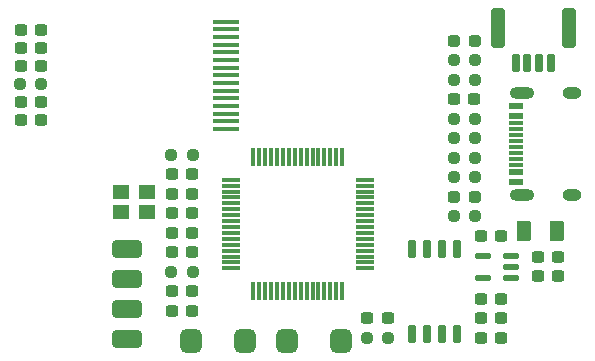
<source format=gbr>
%TF.GenerationSoftware,KiCad,Pcbnew,(7.0.0)*%
%TF.CreationDate,2023-03-01T10:12:44+08:00*%
%TF.ProjectId,DAP_Link_V0_1,4441505f-4c69-46e6-9b5f-56305f312e6b,rev?*%
%TF.SameCoordinates,Original*%
%TF.FileFunction,Soldermask,Top*%
%TF.FilePolarity,Negative*%
%FSLAX46Y46*%
G04 Gerber Fmt 4.6, Leading zero omitted, Abs format (unit mm)*
G04 Created by KiCad (PCBNEW (7.0.0)) date 2023-03-01 10:12:44*
%MOMM*%
%LPD*%
G01*
G04 APERTURE LIST*
G04 Aperture macros list*
%AMRoundRect*
0 Rectangle with rounded corners*
0 $1 Rounding radius*
0 $2 $3 $4 $5 $6 $7 $8 $9 X,Y pos of 4 corners*
0 Add a 4 corners polygon primitive as box body*
4,1,4,$2,$3,$4,$5,$6,$7,$8,$9,$2,$3,0*
0 Add four circle primitives for the rounded corners*
1,1,$1+$1,$2,$3*
1,1,$1+$1,$4,$5*
1,1,$1+$1,$6,$7*
1,1,$1+$1,$8,$9*
0 Add four rect primitives between the rounded corners*
20,1,$1+$1,$2,$3,$4,$5,0*
20,1,$1+$1,$4,$5,$6,$7,0*
20,1,$1+$1,$6,$7,$8,$9,0*
20,1,$1+$1,$8,$9,$2,$3,0*%
G04 Aperture macros list end*
%ADD10RoundRect,0.087500X-1.012500X-0.087500X1.012500X-0.087500X1.012500X0.087500X-1.012500X0.087500X0*%
%ADD11RoundRect,0.137500X0.525000X0.137500X-0.525000X0.137500X-0.525000X-0.137500X0.525000X-0.137500X0*%
%ADD12RoundRect,0.237500X-0.300000X-0.237500X0.300000X-0.237500X0.300000X0.237500X-0.300000X0.237500X0*%
%ADD13RoundRect,0.237500X0.300000X0.237500X-0.300000X0.237500X-0.300000X-0.237500X0.300000X-0.237500X0*%
%ADD14RoundRect,0.237500X0.250000X0.237500X-0.250000X0.237500X-0.250000X-0.237500X0.250000X-0.237500X0*%
%ADD15RoundRect,0.300000X-0.300000X-1.390000X0.300000X-1.390000X0.300000X1.390000X-0.300000X1.390000X0*%
%ADD16RoundRect,0.150000X-0.150000X-0.650000X0.150000X-0.650000X0.150000X0.650000X-0.150000X0.650000X0*%
%ADD17RoundRect,0.075000X-0.700000X-0.075000X0.700000X-0.075000X0.700000X0.075000X-0.700000X0.075000X0*%
%ADD18RoundRect,0.075000X-0.075000X-0.700000X0.075000X-0.700000X0.075000X0.700000X-0.075000X0.700000X0*%
%ADD19RoundRect,0.237500X-0.250000X-0.237500X0.250000X-0.237500X0.250000X0.237500X-0.250000X0.237500X0*%
%ADD20RoundRect,0.237500X-0.287500X-0.237500X0.287500X-0.237500X0.287500X0.237500X-0.287500X0.237500X0*%
%ADD21O,2.100000X1.000000*%
%ADD22O,1.600000X1.000000*%
%ADD23R,1.150000X0.600000*%
%ADD24R,1.150000X0.300000*%
%ADD25RoundRect,0.450000X-0.450000X-0.550000X0.450000X-0.550000X0.450000X0.550000X-0.450000X0.550000X0*%
%ADD26RoundRect,0.450000X0.450000X0.550000X-0.450000X0.550000X-0.450000X-0.550000X0.450000X-0.550000X0*%
%ADD27RoundRect,0.250000X-0.375000X-0.625000X0.375000X-0.625000X0.375000X0.625000X-0.375000X0.625000X0*%
%ADD28RoundRect,0.381000X0.889000X0.381000X-0.889000X0.381000X-0.889000X-0.381000X0.889000X-0.381000X0*%
%ADD29R,1.400000X1.200000*%
%ADD30RoundRect,0.150000X-0.150000X0.650000X-0.150000X-0.650000X0.150000X-0.650000X0.150000X0.650000X0*%
G04 APERTURE END LIST*
D10*
%TO.C,OLED1*%
X101600000Y-64518200D03*
X101600000Y-63868200D03*
X101600000Y-63218200D03*
X101600000Y-62568200D03*
X101600000Y-61918200D03*
X101600000Y-61268200D03*
X101600000Y-60618200D03*
X101600000Y-59968200D03*
X101600000Y-59318200D03*
X101600000Y-58668200D03*
X101600000Y-58018200D03*
X101600000Y-57368200D03*
X101600000Y-56718200D03*
X101600000Y-56068200D03*
X101600000Y-55418200D03*
%TD*%
D11*
%TO.C,U3*%
X125768500Y-77150000D03*
X125768500Y-76200000D03*
X125768500Y-75250000D03*
X123368500Y-75250000D03*
X123368500Y-77150000D03*
%TD*%
D12*
%TO.C,C5*%
X84228000Y-62195000D03*
X85953000Y-62195000D03*
%TD*%
D13*
%TO.C,C8*%
X124949500Y-82169000D03*
X123224500Y-82169000D03*
%TD*%
D14*
%TO.C,R10*%
X122713500Y-68580000D03*
X120888500Y-68580000D03*
%TD*%
D12*
%TO.C,C13*%
X113599000Y-80518000D03*
X115324000Y-80518000D03*
%TD*%
D15*
%TO.C,J1*%
X124643000Y-55979000D03*
X130643000Y-55979000D03*
D16*
X126143000Y-58939000D03*
X127143000Y-58939000D03*
X128143000Y-58939000D03*
X129143000Y-58939000D03*
%TD*%
D17*
%TO.C,U2*%
X102025000Y-68807000D03*
X102025000Y-69307000D03*
X102025000Y-69807000D03*
X102025000Y-70307000D03*
X102025000Y-70807000D03*
X102025000Y-71307000D03*
X102025000Y-71807000D03*
X102025000Y-72307000D03*
X102025000Y-72807000D03*
X102025000Y-73307000D03*
X102025000Y-73807000D03*
X102025000Y-74307000D03*
X102025000Y-74807000D03*
X102025000Y-75307000D03*
X102025000Y-75807000D03*
X102025000Y-76307000D03*
D18*
X103950000Y-78232000D03*
X104450000Y-78232000D03*
X104950000Y-78232000D03*
X105450000Y-78232000D03*
X105950000Y-78232000D03*
X106450000Y-78232000D03*
X106950000Y-78232000D03*
X107450000Y-78232000D03*
X107950000Y-78232000D03*
X108450000Y-78232000D03*
X108950000Y-78232000D03*
X109450000Y-78232000D03*
X109950000Y-78232000D03*
X110450000Y-78232000D03*
X110950000Y-78232000D03*
X111450000Y-78232000D03*
D17*
X113375000Y-76307000D03*
X113375000Y-75807000D03*
X113375000Y-75307000D03*
X113375000Y-74807000D03*
X113375000Y-74307000D03*
X113375000Y-73807000D03*
X113375000Y-73307000D03*
X113375000Y-72807000D03*
X113375000Y-72307000D03*
X113375000Y-71807000D03*
X113375000Y-71307000D03*
X113375000Y-70807000D03*
X113375000Y-70307000D03*
X113375000Y-69807000D03*
X113375000Y-69307000D03*
X113375000Y-68807000D03*
D18*
X111450000Y-66882000D03*
X110950000Y-66882000D03*
X110450000Y-66882000D03*
X109950000Y-66882000D03*
X109450000Y-66882000D03*
X108950000Y-66882000D03*
X108450000Y-66882000D03*
X107950000Y-66882000D03*
X107450000Y-66882000D03*
X106950000Y-66882000D03*
X106450000Y-66882000D03*
X105950000Y-66882000D03*
X105450000Y-66882000D03*
X104950000Y-66882000D03*
X104450000Y-66882000D03*
X103950000Y-66882000D03*
%TD*%
D19*
%TO.C,R8*%
X120888500Y-65278000D03*
X122713500Y-65278000D03*
%TD*%
D12*
%TO.C,C17*%
X128042500Y-75311000D03*
X129767500Y-75311000D03*
%TD*%
D13*
%TO.C,C4*%
X85953000Y-63719000D03*
X84228000Y-63719000D03*
%TD*%
%TO.C,C7*%
X98779500Y-73279000D03*
X97054500Y-73279000D03*
%TD*%
D20*
%TO.C,D2*%
X120926000Y-57023000D03*
X122676000Y-57023000D03*
%TD*%
D19*
%TO.C,R5*%
X97004500Y-76581000D03*
X98829500Y-76581000D03*
%TD*%
D21*
%TO.C,USB1*%
X126725999Y-70105999D03*
D22*
X130905999Y-70105999D03*
D21*
X126725999Y-61465999D03*
D22*
X130905999Y-61465999D03*
D23*
X126160999Y-68985999D03*
X126160999Y-68185999D03*
D24*
X126160999Y-67035999D03*
X126160999Y-66035999D03*
X126160999Y-65535999D03*
X126160999Y-67535999D03*
D23*
X126160999Y-62585999D03*
X126160999Y-63385999D03*
D24*
X126160999Y-64035999D03*
X126160999Y-65035999D03*
X126160999Y-66535999D03*
X126160999Y-64535999D03*
%TD*%
D13*
%TO.C,C3*%
X98779500Y-71628000D03*
X97054500Y-71628000D03*
%TD*%
D12*
%TO.C,C18*%
X123224500Y-73533000D03*
X124949500Y-73533000D03*
%TD*%
D25*
%TO.C,SW2*%
X98673000Y-82423000D03*
X103273000Y-82423000D03*
%TD*%
D19*
%TO.C,R7*%
X120888500Y-66929000D03*
X122713500Y-66929000D03*
%TD*%
%TO.C,R6*%
X113522500Y-82169000D03*
X115347500Y-82169000D03*
%TD*%
D13*
%TO.C,C10*%
X98779500Y-79883000D03*
X97054500Y-79883000D03*
%TD*%
D26*
%TO.C,SW1*%
X111401000Y-82423000D03*
X106801000Y-82423000D03*
%TD*%
D27*
%TO.C,F1*%
X126878000Y-73152000D03*
X129678000Y-73152000D03*
%TD*%
D13*
%TO.C,C14*%
X98779500Y-69977000D03*
X97054500Y-69977000D03*
%TD*%
%TO.C,C11*%
X98779500Y-78232000D03*
X97054500Y-78232000D03*
%TD*%
D19*
%TO.C,R3*%
X120888500Y-58674000D03*
X122713500Y-58674000D03*
%TD*%
D14*
%TO.C,R11*%
X122713500Y-60325000D03*
X120888500Y-60325000D03*
%TD*%
D13*
%TO.C,C12*%
X98779500Y-68326000D03*
X97054500Y-68326000D03*
%TD*%
%TO.C,C2*%
X85953000Y-57623000D03*
X84228000Y-57623000D03*
%TD*%
%TO.C,C1*%
X85953000Y-59147000D03*
X84228000Y-59147000D03*
%TD*%
D19*
%TO.C,R4*%
X97004500Y-66675000D03*
X98829500Y-66675000D03*
%TD*%
D12*
%TO.C,C9*%
X97054500Y-74930000D03*
X98779500Y-74930000D03*
%TD*%
D28*
%TO.C,J2*%
X93218000Y-82296000D03*
X93218000Y-79756000D03*
X93218000Y-77216000D03*
X93218000Y-74676000D03*
%TD*%
D19*
%TO.C,R9*%
X120888500Y-63627000D03*
X122713500Y-63627000D03*
%TD*%
%TO.C,R1*%
X84178000Y-60671000D03*
X86003000Y-60671000D03*
%TD*%
D13*
%TO.C,C6*%
X85953000Y-56099000D03*
X84228000Y-56099000D03*
%TD*%
D12*
%TO.C,C19*%
X123224500Y-78867000D03*
X124949500Y-78867000D03*
%TD*%
D29*
%TO.C,Y1*%
X94959499Y-69848999D03*
X92759499Y-69848999D03*
X92759499Y-71548999D03*
X94959499Y-71548999D03*
%TD*%
D14*
%TO.C,R2*%
X122713500Y-71882000D03*
X120888500Y-71882000D03*
%TD*%
D30*
%TO.C,U1*%
X121166000Y-74632000D03*
X119896000Y-74632000D03*
X118626000Y-74632000D03*
X117356000Y-74632000D03*
X117356000Y-81832000D03*
X118626000Y-81832000D03*
X119896000Y-81832000D03*
X121166000Y-81832000D03*
%TD*%
D12*
%TO.C,C15*%
X120938500Y-61976000D03*
X122663500Y-61976000D03*
%TD*%
%TO.C,C16*%
X128042500Y-76962000D03*
X129767500Y-76962000D03*
%TD*%
%TO.C,C20*%
X123224500Y-80518000D03*
X124949500Y-80518000D03*
%TD*%
D20*
%TO.C,D1*%
X120926000Y-70231000D03*
X122676000Y-70231000D03*
%TD*%
M02*

</source>
